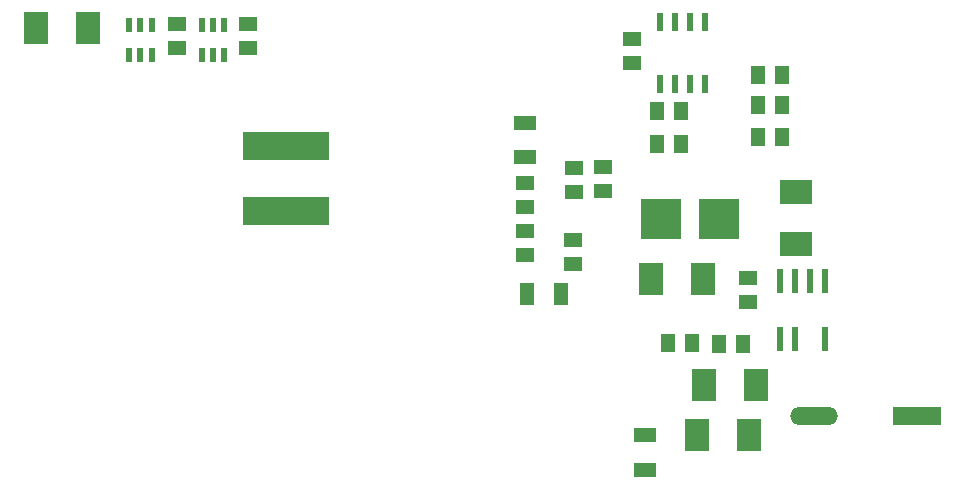
<source format=gtp>
G04 Layer_Color=8421504*
%FSLAX44Y44*%
%MOMM*%
G71*
G01*
G75*
%ADD10R,0.6000X1.2000*%
%ADD11R,0.6000X2.0000*%
%ADD12R,7.3500X2.4000*%
%ADD13R,3.5000X3.5000*%
%ADD14R,2.1590X2.7430*%
%ADD15R,2.7430X2.1590*%
%ADD16R,1.2700X1.6002*%
%ADD17R,1.6002X1.2700*%
%ADD18R,1.8500X1.3000*%
%ADD19O,4.0640X1.5000*%
%ADD20R,4.0640X1.5000*%
%ADD21R,0.5080X1.5240*%
%ADD22R,1.3000X1.8500*%
D10*
X254356Y29152D02*
D03*
X244856D02*
D03*
X235356D02*
D03*
Y4152D02*
D03*
X244856D02*
D03*
X254356D02*
D03*
X192888D02*
D03*
X183388D02*
D03*
X173888D02*
D03*
Y29152D02*
D03*
X183388D02*
D03*
X192888D02*
D03*
D11*
X724916Y-236056D02*
D03*
X737616D02*
D03*
X763016D02*
D03*
X724916Y-187056D02*
D03*
X737616D02*
D03*
X750316D02*
D03*
X763016D02*
D03*
D12*
X306832Y-73446D02*
D03*
Y-127946D02*
D03*
D13*
X624510Y-134970D02*
D03*
X673510D02*
D03*
D14*
X660652Y-275448D02*
D03*
X704852D02*
D03*
X615440Y-185532D02*
D03*
X659640D02*
D03*
X698500Y-318120D02*
D03*
X654300D02*
D03*
X138942Y26812D02*
D03*
X94742D02*
D03*
D15*
X738124Y-155816D02*
D03*
Y-111616D02*
D03*
D16*
X706120Y-65644D02*
D03*
X726440D02*
D03*
X673354Y-240396D02*
D03*
X693674D02*
D03*
X629920Y-240142D02*
D03*
X650240D02*
D03*
X621030Y-71740D02*
D03*
X641350D02*
D03*
X706120Y-38720D02*
D03*
X726440D02*
D03*
X641350Y-43800D02*
D03*
X621030D02*
D03*
X706120Y-13320D02*
D03*
X726440D02*
D03*
D17*
X697484Y-205090D02*
D03*
Y-184770D02*
D03*
X214630Y29860D02*
D03*
Y9540D02*
D03*
X274320Y29860D02*
D03*
Y9540D02*
D03*
X550672Y-111872D02*
D03*
Y-91552D02*
D03*
X509270Y-104760D02*
D03*
Y-125080D02*
D03*
X549910Y-173340D02*
D03*
Y-153020D02*
D03*
X575310Y-90790D02*
D03*
Y-111110D02*
D03*
X599440Y17160D02*
D03*
Y-3160D02*
D03*
X509270Y-165720D02*
D03*
Y-145400D02*
D03*
D18*
X610362Y-347098D02*
D03*
Y-318098D02*
D03*
X509016Y-53408D02*
D03*
Y-82408D02*
D03*
D19*
X753618Y-301610D02*
D03*
D20*
X841248D02*
D03*
D21*
X623570Y31765D02*
D03*
X636270D02*
D03*
X648970D02*
D03*
X661670D02*
D03*
Y-20305D02*
D03*
X648970D02*
D03*
X636270D02*
D03*
X623570D02*
D03*
D22*
X510750Y-198740D02*
D03*
X539750D02*
D03*
M02*

</source>
